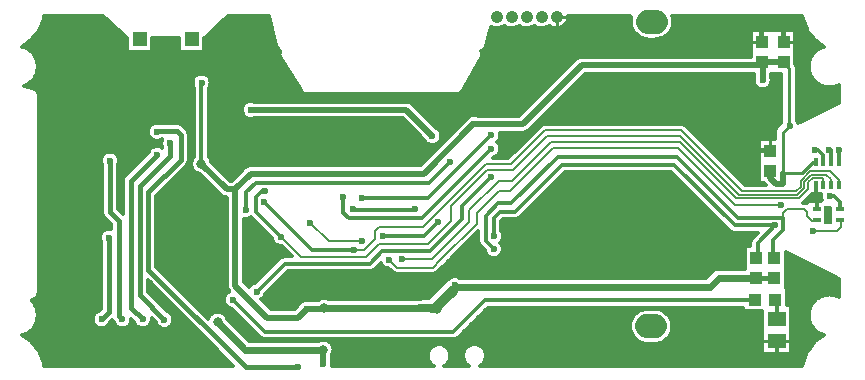
<source format=gbr>
G04 DipTrace 3.2.0.1*
G04 Bottom.gbr*
%MOIN*%
G04 #@! TF.FileFunction,Copper,L2,Bot*
G04 #@! TF.Part,Single*
%AMOUTLINE0*
4,1,16,
-0.011741,0.041358,
-0.029685,0.037294,
-0.044088,0.025848,
-0.052097,0.009286,
-0.052129,-0.009112,
-0.044175,-0.025701,
-0.02981,-0.037196,
-0.011881,-0.041319,
0.011741,-0.041358,
0.029685,-0.037294,
0.044088,-0.025848,
0.052097,-0.009286,
0.052129,0.009112,
0.044175,0.025701,
0.02981,0.037196,
0.011881,0.041319,
-0.011741,0.041358,
0*%
%AMOUTLINE6*
4,1,5,
-0.01378,0.031496,
-0.01378,-0.031496,
0.01378,-0.031496,
0.01378,0.023622,
0.005906,0.031496,
-0.01378,0.031496,
0*%
G04 #@! TA.AperFunction,CopperBalancing*
%ADD10C,0.009843*%
%ADD14C,0.011811*%
G04 #@! TA.AperFunction,Conductor*
%ADD15C,0.027559*%
%ADD16C,0.015748*%
G04 #@! TA.AperFunction,ViaPad*
%ADD18C,0.023622*%
G04 #@! TA.AperFunction,Conductor*
%ADD19C,0.005*%
%ADD20C,0.019685*%
G04 #@! TA.AperFunction,ViaPad*
%ADD21C,0.031496*%
%ADD22C,0.035433*%
G04 #@! TA.AperFunction,Conductor*
%ADD23C,0.007874*%
%ADD27R,0.03937X0.043307*%
%ADD28R,0.043307X0.03937*%
%ADD31R,0.059055X0.051181*%
G04 #@! TA.AperFunction,ComponentPad*
%ADD38C,0.041339*%
%ADD39R,0.047244X0.047244*%
%ADD51R,0.01378X0.027559*%
%ADD52R,0.027559X0.01378*%
G04 #@! TA.AperFunction,ComponentPad*
%ADD101OUTLINE0*%
%ADD107OUTLINE6*%
%FSLAX26Y26*%
G04*
G70*
G90*
G75*
G01*
G04 Bottom*
%LPD*%
X-694618Y-277623D2*
D14*
X-726623D1*
X-888059Y-116188D1*
X-497705Y-337873D2*
D15*
X-375344D1*
X-352470Y-314999D1*
X28026D1*
X71091Y-271934D1*
X219495D1*
X282605Y-208824D1*
X312293D1*
X498205D1*
X533759Y-173270D1*
X575211Y-131818D1*
X623004Y-84025D1*
X707654Y625D1*
X-497705Y-337873D2*
X-497105Y-366333D1*
X-633000Y53010D2*
D14*
Y328358D1*
X-527604Y433755D1*
X1306854Y137470D2*
X1317244D1*
X1334214Y120500D1*
Y97471D1*
X1313533Y-12549D2*
Y-9322D1*
X1308623Y-4412D1*
Y20699D1*
X622155Y-83176D2*
D15*
X623004Y-84025D1*
X574362Y-130969D2*
X575211Y-131818D1*
X533396Y-172909D2*
X533759Y-173270D1*
X470004Y-12916D2*
D14*
Y-60041D1*
Y-110022D1*
Y-60041D2*
X599020D1*
X622155Y-83176D1*
X-1212777Y543068D2*
X-1177281D1*
X-1176858Y542646D1*
X-1140802D1*
X-1140545Y542903D1*
X-1105442D1*
X-1104837Y542298D1*
X-579236Y-216133D2*
Y-247635D1*
X-578992Y-247879D1*
X311219Y-197761D2*
D15*
X312293Y-208824D1*
X268062Y-99088D2*
D14*
Y-129802D1*
X289728Y-151469D1*
Y-176270D1*
X311219Y-197761D1*
Y-207940D1*
X337921Y-234642D1*
X1311714Y-59610D2*
X1313533D1*
Y-12549D1*
X707206Y-164790D2*
X770507D1*
X835953D1*
X837026Y-163717D1*
X707206Y-164790D2*
Y-194831D1*
X727592Y-215217D1*
Y-259205D1*
X729738Y-261350D1*
X625667Y-264570D2*
X677165D1*
X679311Y-262424D1*
X728664D1*
X729738Y-261350D1*
X812350Y-49990D2*
X865995D1*
X868140Y-47844D1*
X917493D1*
X812350Y-49990D2*
Y-95052D1*
X834881Y-117583D1*
Y-161571D1*
X837026Y-163717D1*
X1199034Y559273D2*
Y500656D1*
X1203427Y496264D1*
X1127211Y558386D2*
Y498671D1*
X1129807Y496075D1*
X578367Y247887D2*
X639824D1*
X640576Y247134D1*
X710609D1*
Y246424D1*
X925079Y-568457D2*
X1164584D1*
X1179542Y-553499D1*
Y-501797D1*
X1178177Y-500432D1*
X1104618Y137774D2*
X1152377D1*
X1156937Y133214D1*
X-1046606Y-156293D2*
D16*
Y-402795D1*
X-1071583Y-427772D1*
X-417172Y-588316D2*
X-590921D1*
X-915987Y-263251D1*
Y-5173D1*
X-807867Y102946D1*
Y187493D1*
X-819882Y199508D1*
X-884648D1*
X-886839Y197318D1*
X-133253Y-150663D2*
D14*
X2093D1*
X48570Y-104186D1*
X-590808Y-63341D2*
Y-5017D1*
X-558315Y27476D1*
X21056D1*
X89402Y95822D1*
X-229470Y-196522D2*
X-370685D1*
X-530012Y-37197D1*
X-531345D1*
X1385395Y20699D2*
D19*
Y37239D1*
X1357097Y65537D1*
X1290378D1*
X1259165Y34324D1*
Y13218D1*
X1244491Y-1457D1*
X1064390D1*
X861302Y201631D1*
X405240D1*
X292626Y89017D1*
X209362D1*
X1213Y-119133D1*
X-147085D1*
X-161014Y-133062D1*
Y-161224D1*
X-196312Y-196522D1*
X-229470D1*
X-528257Y-1299D2*
D14*
X-537999D1*
X-558070Y-21370D1*
Y-69211D1*
X-473130Y-154151D1*
D19*
X-472270D1*
X-406756Y-219664D1*
X-191475D1*
X-148437Y-176626D1*
X15407D1*
X92766Y-99268D1*
Y-50903D1*
X213293Y69623D1*
X301261D1*
X414249Y182612D1*
X856702D1*
X1052916Y-13602D1*
X1247307D1*
X1269841Y8932D1*
Y30360D1*
X1294142Y54659D1*
X1342463D1*
X1358395Y38727D1*
Y22109D1*
X1359804Y20699D1*
X-329379Y-391136D2*
D20*
Y-393129D1*
X-387820D1*
X-416776Y-422084D1*
X-519059D1*
X-625833Y-315310D1*
Y5984D1*
X-654209D1*
X-738764Y90539D1*
X-625833Y5984D2*
X-574004Y57814D1*
X3304D1*
X167780Y222289D1*
X332340D1*
X528656Y418605D1*
X1119266D1*
D16*
X1129807Y429146D1*
X-738643Y361262D2*
D14*
X-738764D1*
Y90539D1*
X1359804Y97471D2*
Y137751D1*
X1354018D1*
X1131930Y368993D2*
D20*
Y431269D1*
X1129807Y429146D1*
X1203427Y429335D1*
X1308623Y97471D2*
D10*
X1300714D1*
X1263669Y60427D1*
X1199623D1*
Y195066D1*
X1218941Y214383D1*
Y409144D1*
X1198751Y429335D1*
X1203427D1*
X47962Y-394030D2*
D18*
X27139D1*
X102513Y-318656D1*
X956505D1*
X985780Y-289382D1*
X1110949D1*
D16*
X1170159D1*
Y-289333D1*
X47962Y-394030D2*
D20*
X105984Y-336008D1*
Y-314726D1*
X47962Y-394030D2*
Y-390570D1*
D15*
X-10778D1*
X-388440Y-393840D2*
D20*
Y-393600D1*
X-331843D1*
D14*
X-329379Y-391136D1*
X1390454Y-59217D2*
Y-37409D1*
X1370223Y-17178D1*
X1355546D1*
X1193604Y23239D2*
D20*
X1177678D1*
X1156937Y43980D1*
Y66285D1*
X1221696Y217245D2*
D14*
X1218941Y214383D1*
X-329379Y-391136D2*
D18*
Y-390570D1*
X-10778D1*
X1193604Y23239D2*
D14*
X1199623D1*
D20*
Y60427D1*
X171314Y223164D2*
X167780Y222289D1*
X-1043566Y100669D2*
D16*
Y-71160D1*
X-1014594Y-100131D1*
Y-416007D1*
X-1002088Y-428513D1*
X-886719Y119776D2*
X-974613Y31882D1*
Y-388730D1*
X-934912Y-428430D1*
X-843021Y158517D2*
Y117577D1*
X-943835Y16764D1*
Y-348617D1*
X-862783Y-429668D1*
X-685087Y-437049D2*
D18*
X-592273Y-529862D1*
X-332594D1*
D20*
Y-578273D1*
X-332012D1*
X-554476Y-335909D2*
D14*
X-460639Y-242072D1*
X-177243D1*
X-136409Y-201238D1*
X23087D1*
X130472Y-93852D1*
Y-48902D1*
X224972Y45598D1*
X-633870Y-362731D2*
X-525678Y-470923D1*
X99896D1*
X206171Y-364648D1*
X1103474D1*
X1106112Y-362010D1*
X1178177Y-425629D2*
Y-367146D1*
X1173041Y-362010D1*
X1385004Y135004D2*
X1385395Y97471D1*
X1193752Y-46781D2*
D19*
X1038930D1*
X848714Y143436D1*
X434475D1*
X290302Y-739D1*
X252302D1*
X178378Y-74663D1*
Y-110140D1*
X57328Y-231192D1*
X57933D1*
X33190Y-255934D1*
X-86612D1*
X-113837Y-228709D1*
X-202014Y-166370D2*
D23*
X-314902D1*
X-375584Y-105688D1*
X-266038Y-19366D2*
D14*
Y-72134D1*
X-247564Y-90608D1*
X-3726D1*
X227698Y140816D1*
X-574176Y269990D2*
D20*
X-56495D1*
X30558Y182937D1*
X-25803Y-61504D2*
D14*
Y-62314D1*
X-235220D1*
X-233538Y-60631D1*
X235180Y-193696D2*
X208571Y-167087D1*
Y-82308D1*
X249194Y-41685D1*
X292110D1*
X448122Y114327D1*
X845651D1*
X1048682Y-88705D1*
X1200951D1*
D23*
Y-73751D1*
X1213297Y-61404D1*
X1269929D1*
X1280270Y-71745D1*
Y-83572D1*
X1295392Y-98694D1*
X1311606D1*
X1311714Y-98587D1*
X1200951Y-88705D2*
D14*
Y-131016D1*
X1167979Y-163988D1*
Y-222404D1*
X1170159D1*
X1173878Y-115226D2*
X1115277Y-173825D1*
Y-222453D1*
X1110949D1*
X1173878Y-115226D2*
X1038958D1*
X837316Y86417D1*
X463318D1*
X307333Y-69567D1*
X255781D1*
X236709Y-88639D1*
Y-151003D1*
X1301035Y-132075D2*
D23*
X1378673D1*
X1391979Y-118769D1*
Y-98587D1*
X1390454D1*
X-202597Y-25245D2*
D14*
X17427D1*
X227614Y184942D1*
X-70844Y-228541D2*
D19*
X28487D1*
X154010Y-103017D1*
Y-64836D1*
X252688Y33843D1*
X296010D1*
X425261Y163092D1*
X854890D1*
X1042954Y-24972D1*
X1252583D1*
X1282640Y5085D1*
Y28776D1*
X1298269Y44404D1*
X1328016D1*
X1334214Y38206D1*
Y20699D1*
D18*
X1199034Y559273D3*
X1127211Y558386D3*
X1164453D3*
X-1212777Y543068D3*
X-1140545Y542903D3*
X-1176858Y542646D3*
X-1104837Y542298D3*
X-527604Y433755D3*
X-509478Y412882D3*
X1131930Y368993D3*
X-738643Y361262D3*
X-574176Y269990D3*
X171314Y223164D3*
X640576Y247134D3*
X710609Y246424D3*
X1221696Y217245D3*
X578367Y247887D3*
X-614222Y202682D3*
X-886839Y197318D3*
X227614Y184942D3*
X30558Y182937D3*
X-613135Y169499D3*
X-843021Y158517D3*
D22*
X-363214Y145080D3*
D18*
X227698Y140816D3*
X-612235Y134209D3*
X1306854Y137470D3*
X1354018Y137751D3*
X-886719Y119776D3*
X-1043566Y100669D3*
X89402Y95822D3*
D21*
X-738764Y90539D3*
D18*
X-1226021Y69491D3*
X-633000Y53010D3*
X224972Y45598D3*
X-1226021Y30652D3*
X1193604Y23239D3*
D21*
X707654Y625D3*
D18*
X-528257Y-1299D3*
X-1227487Y-11850D3*
X1385004Y135004D3*
X470004Y-12916D3*
X-1011470Y-16923D3*
X1313533Y-12549D3*
X1355546Y-17178D3*
X-266038Y-19366D3*
X-202597Y-25245D3*
X868140Y-47844D3*
X917493D3*
X-531345Y-37197D3*
X-1227972Y-49479D3*
X812350Y-49990D3*
X-1011470Y-56031D3*
X470004Y-60041D3*
X-233538Y-60631D3*
X-25803Y-61504D3*
X-590808Y-63341D3*
X1173878Y-115226D3*
X622155Y-83176D3*
X268062Y-99088D3*
X48570Y-104186D3*
X470004Y-110022D3*
X-888059Y-116188D3*
X574362Y-130969D3*
X1301035Y-132075D3*
X-792087Y-139403D3*
X-728220D3*
X-698491D3*
X236709Y-151003D3*
X-759052Y-139954D3*
D3*
X289728Y-151469D3*
X-1046606Y-156293D3*
X-133253Y-150663D3*
X837026Y-163717D3*
X707206Y-164790D3*
X770507D3*
X533396Y-172909D3*
X-70844Y-228541D3*
X-229470Y-196522D3*
X235180Y-193696D3*
X1193752Y-46781D3*
X-1081743Y-196942D3*
X311219Y-197761D3*
X-579236Y-216133D3*
X-1082198Y-228339D3*
X337921Y-234642D3*
X-578992Y-247879D3*
X729738Y-261350D3*
X679311Y-262424D3*
X625667Y-264570D3*
X-694618Y-277623D3*
X-579248Y-280490D3*
X-909948Y-306102D3*
X105984Y-314726D3*
X-899769Y-328501D3*
X-554476Y-335909D3*
X-497705Y-337873D3*
X-633870Y-362731D3*
X-497105Y-366333D3*
D21*
X-329379Y-391136D3*
X47962Y-394030D3*
D18*
X-10778Y-390570D3*
X-388440Y-393840D3*
X-1071583Y-427772D3*
X-1002088Y-428513D3*
X-934912Y-428430D3*
X-862783Y-429668D3*
D21*
X-685087Y-437049D3*
X-332594Y-529862D3*
D18*
X877114Y-568457D3*
X925079D3*
X-930906Y-570748D3*
X-1072298Y-571125D3*
X-863594D3*
X-1153524Y-572252D3*
X-1000098D3*
X-1223152Y-572412D3*
X-332012Y-578273D3*
X-417172Y-588316D3*
X1104618Y137774D3*
X-473130Y-154151D3*
X-202014Y-166370D3*
X-375584Y-105688D3*
X-113837Y-228709D3*
X-1264455Y570997D2*
D14*
X-1054634D1*
X-660709D2*
X-513034D1*
X483600D2*
X691113D1*
X834077D2*
X1264455D1*
X-1269185Y559318D2*
X-1042016D1*
X-673328D2*
X-509966D1*
X478316D2*
X691091D1*
X834054D2*
X1269185D1*
X-1273937Y547638D2*
X-1029398D1*
X-685969D2*
X-506898D1*
X266871D2*
X273668D1*
X316861D2*
X323656D1*
X366873D2*
X373669D1*
X416862D2*
X423663D1*
X466067D2*
X692659D1*
X832555D2*
X1273937D1*
X-1278665Y535958D2*
X-1016756D1*
X-698588D2*
X-503831D1*
X224310D2*
X698241D1*
X826927D2*
X1164362D1*
X1242480D2*
X1278665D1*
X-1287201Y524278D2*
X-1004138D1*
X-711228D2*
X-500762D1*
X221243D2*
X705808D1*
X819475D2*
X1090751D1*
X1242480D2*
X1287201D1*
X-1296428Y512598D2*
X-991520D1*
X-723848D2*
X-497717D1*
X218175D2*
X720387D1*
X804781D2*
X1090751D1*
X1242480D2*
X1296428D1*
X-1306186Y500919D2*
X-987874D1*
X-901890D2*
X-814654D1*
X-728669D2*
X-494648D1*
X215106D2*
X1090751D1*
X1242480D2*
X1306186D1*
X-1322657Y489239D2*
X-987874D1*
X-901890D2*
X-814654D1*
X-728669D2*
X-491581D1*
X212060D2*
X1090751D1*
X1242480D2*
X1322657D1*
X-1325310Y477559D2*
X-987874D1*
X-901890D2*
X-814654D1*
X-728669D2*
X-487290D1*
X207770D2*
X1090751D1*
X1242480D2*
X1325310D1*
X-1307039Y465879D2*
X-987874D1*
X-901890D2*
X-814654D1*
X-728669D2*
X-477440D1*
X195152D2*
X1090751D1*
X1242480D2*
X1307039D1*
X-1296589Y454199D2*
X-480577D1*
X197713D2*
X1090751D1*
X1242480D2*
X1296589D1*
X-1289923Y442520D2*
X-475686D1*
X192776D2*
X512841D1*
X1242480D2*
X1289923D1*
X-1285886Y430840D2*
X-468328D1*
X186248D2*
X500060D1*
X1242480D2*
X1285886D1*
X-1284063Y419160D2*
X-460946D1*
X179719D2*
X488388D1*
X1244188D2*
X1284063D1*
X-1284224Y407480D2*
X-453564D1*
X173190D2*
X476715D1*
X1246194D2*
X1284224D1*
X-1286416Y395801D2*
X-446182D1*
X166663D2*
X465020D1*
X1246194D2*
X1286416D1*
X-1290823Y384121D2*
X-759244D1*
X-718034D2*
X-438801D1*
X160134D2*
X453348D1*
X534996D2*
X1102723D1*
X1161142D2*
X1191698D1*
X1246194D2*
X1290823D1*
X-1298020Y372441D2*
X-767664D1*
X-709614D2*
X-431419D1*
X153605D2*
X441675D1*
X523323D2*
X1100946D1*
X1162917D2*
X1191698D1*
X1246194D2*
X1298020D1*
X-1309323Y360761D2*
X-769808D1*
X-707469D2*
X-424037D1*
X147077D2*
X429979D1*
X511627D2*
X1101892D1*
X1161949D2*
X1191698D1*
X1246194D2*
X1309323D1*
X-1328655Y349081D2*
X-767248D1*
X-710052D2*
X-416655D1*
X140549D2*
X418306D1*
X499954D2*
X1108306D1*
X1155559D2*
X1191698D1*
X1246194D2*
X1330269D1*
X1377915D2*
X1386626D1*
X-1290199Y337402D2*
X-764042D1*
X-713490D2*
X-409295D1*
X134021D2*
X406634D1*
X488282D2*
X1191698D1*
X1246194D2*
X1386626D1*
X-1281411Y325722D2*
X-764042D1*
X-713490D2*
X-400668D1*
X124724D2*
X394938D1*
X476587D2*
X1191698D1*
X1246194D2*
X1386626D1*
X-1279335Y314042D2*
X-764042D1*
X-713490D2*
X383265D1*
X464913D2*
X1191698D1*
X1246194D2*
X1386626D1*
X-1279335Y302362D2*
X-764042D1*
X-713490D2*
X371593D1*
X453241D2*
X1191698D1*
X1246194D2*
X1386626D1*
X-1279335Y290682D2*
X-764042D1*
X-713490D2*
X-597072D1*
X-36409D2*
X359920D1*
X441568D2*
X1191698D1*
X1246194D2*
X1380304D1*
X-1279335Y279003D2*
X-764042D1*
X-713490D2*
X-603970D1*
X-24690D2*
X348224D1*
X429873D2*
X1191698D1*
X1246194D2*
X1356937D1*
X-1279335Y267323D2*
X-764042D1*
X-713490D2*
X-605239D1*
X-12995D2*
X336552D1*
X418201D2*
X1191698D1*
X1246194D2*
X1333568D1*
X-1279335Y255643D2*
X-764042D1*
X-713490D2*
X-601710D1*
X-1322D2*
X324879D1*
X406528D2*
X1191698D1*
X1246194D2*
X1310223D1*
X-1279335Y243963D2*
X-764042D1*
X-713490D2*
X-590268D1*
X10350D2*
X148521D1*
X394832D2*
X1191698D1*
X1246194D2*
X1286854D1*
X-1279335Y232283D2*
X-764042D1*
X-713490D2*
X-59602D1*
X22046D2*
X136941D1*
X383159D2*
X1191698D1*
X1248824D2*
X1263509D1*
X-1279335Y220604D2*
X-906928D1*
X-803387D2*
X-764042D1*
X-713490D2*
X-47929D1*
X33719D2*
X125268D1*
X371487D2*
X395815D1*
X870734D2*
X1187130D1*
X-1279335Y208924D2*
X-915693D1*
X-791253D2*
X-764042D1*
X-713490D2*
X-36257D1*
X46730D2*
X113596D1*
X359791D2*
X382089D1*
X884459D2*
X1176381D1*
X-1279335Y197244D2*
X-918024D1*
X-782510D2*
X-764042D1*
X-713490D2*
X-24584D1*
X58102D2*
X101900D1*
X346112D2*
X370416D1*
X896131D2*
X1172482D1*
X-1279335Y185564D2*
X-915625D1*
X-780618D2*
X-764042D1*
X-713490D2*
X-12888D1*
X61631D2*
X90227D1*
X258798D2*
X358744D1*
X907804D2*
X1172390D1*
X-1279335Y173885D2*
X-906743D1*
X-780618D2*
X-764042D1*
X-713490D2*
X-1215D1*
X60340D2*
X78555D1*
X256676D2*
X347049D1*
X919476D2*
X1172390D1*
X-1279335Y162205D2*
X-873986D1*
X-780618D2*
X-764042D1*
X-713490D2*
X7689D1*
X53420D2*
X66882D1*
X249916D2*
X335375D1*
X931172D2*
X1117879D1*
X-1279335Y150525D2*
X-873109D1*
X-780618D2*
X-764042D1*
X-713490D2*
X55186D1*
X257276D2*
X323703D1*
X942845D2*
X1117879D1*
X-1279335Y138845D2*
X-911056D1*
X-780618D2*
X-764042D1*
X-713490D2*
X43514D1*
X258820D2*
X312007D1*
X954517D2*
X1117879D1*
X-1279335Y127165D2*
X-1058810D1*
X-1028304D2*
X-917378D1*
X-780618D2*
X-764042D1*
X-713490D2*
X31841D1*
X255591D2*
X300335D1*
X966213D2*
X1117879D1*
X-1279335Y115486D2*
X-1070828D1*
X-1016308D2*
X-929050D1*
X-780618D2*
X-764042D1*
X-713490D2*
X20146D1*
X244957D2*
X288661D1*
X977886D2*
X1117879D1*
X-1279335Y103806D2*
X-1074589D1*
X-1012549D2*
X-940723D1*
X-780618D2*
X-771193D1*
X-706339D2*
X8472D1*
X989559D2*
X1117879D1*
X-1279335Y92126D2*
X-1073504D1*
X-1013633D2*
X-952419D1*
X-782971D2*
X-773846D1*
X-699533D2*
X-3199D1*
X1001255D2*
X1117879D1*
X-1279335Y80446D2*
X-1070806D1*
X-1016332D2*
X-964091D1*
X-792337D2*
X-772346D1*
X-687837D2*
X-591720D1*
X1012927D2*
X1117879D1*
X-1279335Y68766D2*
X-1070806D1*
X-1016332D2*
X-975764D1*
X-804010D2*
X-765979D1*
X-676165D2*
X-603878D1*
X1024600D2*
X1117879D1*
X-1279335Y57087D2*
X-1070806D1*
X-1016332D2*
X-987459D1*
X-815682D2*
X-746140D1*
X-664492D2*
X-615550D1*
X469251D2*
X831392D1*
X1036295D2*
X1117879D1*
X-1279335Y45407D2*
X-1070806D1*
X-1016332D2*
X-998071D1*
X-827378D2*
X-734445D1*
X-652797D2*
X-627223D1*
X457555D2*
X843064D1*
X1047967D2*
X1117879D1*
X-1279335Y33727D2*
X-1070806D1*
X-1016332D2*
X-1001785D1*
X-839051D2*
X-722773D1*
X445882D2*
X854761D1*
X1059640D2*
X1117879D1*
X-1279335Y22047D2*
X-1070806D1*
X-1016332D2*
X-1001854D1*
X-850723D2*
X-711100D1*
X434210D2*
X866433D1*
X1071336D2*
X1138041D1*
X-1279335Y10367D2*
X-1070806D1*
X-1016332D2*
X-1001854D1*
X-862396D2*
X-699427D1*
X422514D2*
X878106D1*
X-1279335Y-1312D2*
X-1070806D1*
X-1016332D2*
X-1001854D1*
X-874092D2*
X-687731D1*
X410841D2*
X889778D1*
X-1279335Y-12992D2*
X-1070806D1*
X-1016332D2*
X-1001854D1*
X-885765D2*
X-676059D1*
X399169D2*
X901474D1*
X1295008D2*
X1324664D1*
X-1279335Y-24672D2*
X-1070806D1*
X-1016332D2*
X-1001854D1*
X-888740D2*
X-655043D1*
X387472D2*
X913147D1*
X1283335D2*
X1325310D1*
X-1279335Y-36352D2*
X-1070806D1*
X-1016332D2*
X-1001854D1*
X-888740D2*
X-655043D1*
X375801D2*
X924819D1*
X1271639D2*
X1278568D1*
X-1279335Y-48031D2*
X-1070806D1*
X-1016332D2*
X-1001854D1*
X-888740D2*
X-655043D1*
X364127D2*
X936514D1*
X-1279335Y-59711D2*
X-1070806D1*
X-1016332D2*
X-1001854D1*
X-888740D2*
X-655043D1*
X352455D2*
X948188D1*
X-1279335Y-71391D2*
X-1070806D1*
X-888740D2*
X-655043D1*
X340760D2*
X959860D1*
X-1279335Y-83071D2*
X-1067921D1*
X-888740D2*
X-655043D1*
X329087D2*
X971556D1*
X-1279335Y-94751D2*
X-1058025D1*
X-888740D2*
X-655043D1*
X-596625D2*
X-567776D1*
X265857D2*
X983228D1*
X-1279335Y-106430D2*
X-1046329D1*
X-888740D2*
X-655043D1*
X-596625D2*
X-556104D1*
X261980D2*
X994902D1*
X-1279335Y-118110D2*
X-1041832D1*
X-888740D2*
X-655043D1*
X-596625D2*
X-544430D1*
X261980D2*
X1006597D1*
X-1279335Y-129790D2*
X-1061854D1*
X-888740D2*
X-655043D1*
X-596625D2*
X-532759D1*
X261980D2*
X1018269D1*
X-1279335Y-141470D2*
X-1073874D1*
X-888740D2*
X-655043D1*
X-596625D2*
X-521062D1*
X266341D2*
X1112388D1*
X-1279335Y-153150D2*
X-1077634D1*
X-888740D2*
X-655043D1*
X-596625D2*
X-509390D1*
X165808D2*
X183285D1*
X267818D2*
X1100693D1*
X-1279335Y-164829D2*
X-1076550D1*
X-888740D2*
X-655043D1*
X-596625D2*
X-502354D1*
X154136D2*
X183285D1*
X264518D2*
X1091743D1*
X-1279335Y-176509D2*
X-1073850D1*
X-888740D2*
X-655043D1*
X-596625D2*
X-494303D1*
X142441D2*
X185223D1*
X260942D2*
X1090012D1*
X-1279335Y-188189D2*
X-1073850D1*
X-888740D2*
X-655043D1*
X-596625D2*
X-468673D1*
X130768D2*
X194428D1*
X265857D2*
X1071903D1*
X-1279335Y-199869D2*
X-1073850D1*
X-888740D2*
X-655043D1*
X-596625D2*
X-457001D1*
X119096D2*
X204647D1*
X265718D2*
X1071903D1*
X-1279335Y-211549D2*
X-1073850D1*
X-888740D2*
X-655043D1*
X-596625D2*
X-445306D1*
X107399D2*
X209883D1*
X260482D2*
X1071903D1*
X1209215D2*
X1222033D1*
X-1279335Y-223228D2*
X-1073850D1*
X-888740D2*
X-655043D1*
X-596625D2*
X-476840D1*
X95727D2*
X228730D1*
X241635D2*
X1071903D1*
X1209215D2*
X1245402D1*
X-1279335Y-234908D2*
X-1073850D1*
X-888740D2*
X-655043D1*
X-596625D2*
X-488720D1*
X84054D2*
X1071903D1*
X1209215D2*
X1268747D1*
X-1279335Y-246588D2*
X-1073850D1*
X-888740D2*
X-655043D1*
X-596625D2*
X-500416D1*
X-146491D2*
X-139118D1*
X72982D2*
X1071903D1*
X1209215D2*
X1292114D1*
X-1279335Y-258268D2*
X-1073850D1*
X-882927D2*
X-655043D1*
X-596625D2*
X-512089D1*
X-158186D2*
X-120134D1*
X61286D2*
X1071903D1*
X1209215D2*
X1315459D1*
X-1279335Y-269948D2*
X-1073850D1*
X-871255D2*
X-655043D1*
X-596625D2*
X-523761D1*
X-453255D2*
X-103039D1*
X49613D2*
X961613D1*
X1209215D2*
X1338828D1*
X-1279335Y-281627D2*
X-1073850D1*
X-859581D2*
X-655043D1*
X-596625D2*
X-535457D1*
X-464928D2*
X949917D1*
X1209215D2*
X1362197D1*
X-1279335Y-293307D2*
X-1073850D1*
X-847886D2*
X-655043D1*
X-596625D2*
X-547130D1*
X-476623D2*
X83791D1*
X1209215D2*
X1385542D1*
X-1279335Y-304987D2*
X-1073850D1*
X-836214D2*
X-655043D1*
X-595333D2*
X-558802D1*
X-488295D2*
X72580D1*
X1209215D2*
X1386602D1*
X-1279335Y-316667D2*
X-1073850D1*
X-916584D2*
X-900606D1*
X-824541D2*
X-655021D1*
X-499969D2*
X60885D1*
X1209215D2*
X1386602D1*
X-1279335Y-328346D2*
X-1073850D1*
X-916584D2*
X-888934D1*
X-812845D2*
X-651837D1*
X-511664D2*
X49211D1*
X1214060D2*
X1386602D1*
X-1280165Y-340026D2*
X-1073850D1*
X-914392D2*
X-877261D1*
X-801173D2*
X-654651D1*
X-523337D2*
X37539D1*
X1214060D2*
X1386602D1*
X-1284987Y-351706D2*
X-1073850D1*
X-902697D2*
X-865566D1*
X-789500D2*
X-662955D1*
X-527789D2*
X25866D1*
X1214060D2*
X1323787D1*
X-1302265Y-363386D2*
X-1073850D1*
X-891024D2*
X-853894D1*
X-777804D2*
X-665055D1*
X-536924D2*
X-350102D1*
X1214060D2*
X1306302D1*
X-1296105Y-375066D2*
X-1073850D1*
X-879352D2*
X-842220D1*
X-766131D2*
X-662403D1*
X-525252D2*
X-413009D1*
X1214060D2*
X1296105D1*
X-1289623Y-386745D2*
X-1073850D1*
X-867656D2*
X-830525D1*
X-754459D2*
X-653037D1*
X-513579D2*
X-422260D1*
X1227071D2*
X1289623D1*
X-1285724Y-398425D2*
X-1080286D1*
X-855983D2*
X-818852D1*
X-742764D2*
X-633428D1*
X207655D2*
X721194D1*
X800535D2*
X1065098D1*
X1227071D2*
X1285724D1*
X-1284017Y-410105D2*
X-1097010D1*
X-838866D2*
X-807180D1*
X-731091D2*
X-706902D1*
X-663270D2*
X-621756D1*
X195959D2*
X706085D1*
X815600D2*
X1129274D1*
X1227071D2*
X1284017D1*
X-1284294Y-421785D2*
X-1102155D1*
X-832661D2*
X-795484D1*
X-653604D2*
X-610083D1*
X184286D2*
X697341D1*
X824434D2*
X1129274D1*
X1227071D2*
X1284294D1*
X-1286601Y-433465D2*
X-1102224D1*
X-904150D2*
X-897031D1*
X-831853D2*
X-783811D1*
X-645068D2*
X-598387D1*
X172614D2*
X691690D1*
X830041D2*
X1129274D1*
X1227071D2*
X1286601D1*
X-1291169Y-445144D2*
X-1097219D1*
X-1045951D2*
X-1028244D1*
X-975938D2*
X-961000D1*
X-908810D2*
X-889672D1*
X-835913D2*
X-772139D1*
X-633373D2*
X-586715D1*
X160941D2*
X689407D1*
X832370D2*
X1129274D1*
X1227071D2*
X1291169D1*
X-1298551Y-456824D2*
X-1080240D1*
X-1062930D2*
X-1013203D1*
X-990979D2*
X-945774D1*
X-924035D2*
X-876707D1*
X-848856D2*
X-760444D1*
X-621701D2*
X-575042D1*
X149245D2*
X689383D1*
X832348D2*
X1129274D1*
X1227071D2*
X1298551D1*
X-1310177Y-468504D2*
X-748770D1*
X-610028D2*
X-563346D1*
X137573D2*
X691136D1*
X830686D2*
X1129274D1*
X1227071D2*
X1310177D1*
X-1332345Y-480184D2*
X-737098D1*
X-598356D2*
X-551675D1*
X125900D2*
X696719D1*
X825034D2*
X1129274D1*
X1227071D2*
X1332345D1*
X-1318966Y-491864D2*
X-725425D1*
X-586660D2*
X-538778D1*
X113005D2*
X704585D1*
X817283D2*
X1129274D1*
X1227071D2*
X1318966D1*
X-1303602Y-503543D2*
X-713730D1*
X-309978D2*
X719210D1*
X802566D2*
X1129274D1*
X1227071D2*
X1303602D1*
X-1294352Y-515223D2*
X-702056D1*
X-300795D2*
X35163D1*
X71043D2*
X153273D1*
X189154D2*
X1129274D1*
X1227071D2*
X1294352D1*
X-1285101Y-526903D2*
X-690385D1*
X-297613D2*
X21299D1*
X84908D2*
X139409D1*
X203018D2*
X1129274D1*
X1227071D2*
X1285101D1*
X-1277605Y-538583D2*
X-678689D1*
X-298627D2*
X15579D1*
X90652D2*
X133689D1*
X208762D2*
X1129274D1*
X1227071D2*
X1277605D1*
X-1272852Y-550262D2*
X-667016D1*
X-303379D2*
X14079D1*
X92151D2*
X132189D1*
X210261D2*
X1272852D1*
X-1268123Y-561942D2*
X-655344D1*
X-303379D2*
X16270D1*
X89959D2*
X134381D1*
X208070D2*
X1268123D1*
X-1263786Y-573622D2*
X-643648D1*
X-301188D2*
X22983D1*
X83224D2*
X141093D1*
X201335D2*
X1263786D1*
X1166734Y536106D2*
X1241301D1*
Y422556D1*
X1243020Y419118D1*
X1244283Y415228D1*
X1244924Y411189D1*
X1245004Y385522D1*
Y236155D1*
X1247274Y232920D1*
X1249412Y228726D1*
X1250589Y225232D1*
X1387808Y293846D1*
X1387795Y354067D1*
X1380510Y350517D1*
X1375425Y348640D1*
X1370209Y347169D1*
X1364892Y346113D1*
X1359510Y345475D1*
X1354094Y345262D1*
X1348678Y345475D1*
X1343297Y346113D1*
X1337980Y347169D1*
X1332764Y348640D1*
X1327678Y350517D1*
X1322756Y352786D1*
X1318028Y355434D1*
X1313520Y358446D1*
X1309264Y361802D1*
X1305283Y365480D1*
X1301605Y369461D1*
X1298249Y373717D1*
X1295238Y378224D1*
X1292589Y382953D1*
X1290320Y387875D1*
X1288444Y392961D1*
X1286972Y398177D1*
X1285916Y403493D1*
X1285278Y408875D1*
X1285066Y414291D1*
X1285278Y419707D1*
X1285916Y425089D1*
X1286972Y430406D1*
X1288444Y435622D1*
X1290320Y440707D1*
X1292589Y445630D1*
X1295238Y450358D1*
X1298249Y454866D1*
X1301605Y459122D1*
X1305283Y463102D1*
X1309264Y466781D1*
X1313520Y470136D1*
X1318028Y473148D1*
X1322756Y475797D1*
X1327678Y478066D1*
X1332764Y479942D1*
X1335759Y480786D1*
X1306182Y501850D1*
X1280837Y533828D1*
X1278051Y540374D1*
X1265064Y572761D1*
X1264045Y582699D1*
X830373Y582677D1*
X832143Y578438D1*
X832743Y575648D1*
X832892Y567301D1*
X832812Y553382D1*
X832362Y550563D1*
X831472Y547845D1*
X822377Y529098D1*
X820747Y526756D1*
X818766Y524693D1*
X802434Y511748D1*
X799950Y510344D1*
X796266Y509088D1*
X776941Y504768D1*
X774273Y504579D1*
X749278Y504675D1*
X746560Y505096D1*
X727320Y509579D1*
X724673Y510646D1*
X721394Y512743D1*
X705967Y525159D1*
X704045Y527269D1*
X702000Y530583D1*
X693490Y548462D1*
X692673Y551197D1*
X692294Y554031D1*
X692299Y573444D1*
X692528Y576289D1*
X693199Y579063D1*
X693698Y580407D1*
X690647Y582677D1*
X483701D1*
X483556Y577407D1*
X482841Y572739D1*
X481566Y568193D1*
X479748Y563836D1*
X477416Y559731D1*
X474602Y555938D1*
X471350Y552516D1*
X467707Y549513D1*
X463726Y546974D1*
X459467Y544937D1*
X454992Y543430D1*
X450367Y542479D1*
X445661Y542094D1*
X440944Y542285D1*
X436285Y543045D1*
X431751Y544365D1*
X427411Y546224D1*
X423329Y548597D1*
X420220Y550902D1*
X415652Y547619D1*
X410219Y544852D1*
X404420Y542967D1*
X398398Y542013D1*
X392301D1*
X386278Y542967D1*
X382547Y544088D1*
X377218Y546322D1*
X372020Y549508D1*
X370231Y550917D1*
X365652Y547619D1*
X360219Y544852D1*
X354420Y542967D1*
X348398Y542013D1*
X342301D1*
X336278Y542967D1*
X332547Y544088D1*
X327218Y546322D1*
X322020Y549508D1*
X320231Y550917D1*
X315652Y547619D1*
X310219Y544852D1*
X304420Y542967D1*
X298398Y542013D1*
X292301D1*
X286278Y542967D1*
X282547Y544088D1*
X277218Y546322D1*
X272020Y549508D1*
X270231Y550917D1*
X265652Y547619D1*
X260219Y544852D1*
X254420Y542967D1*
X248398Y542013D1*
X242301D1*
X236278Y542967D1*
X230479Y544852D1*
X226034Y547067D1*
X209358Y483757D1*
X205741Y475854D1*
X201961Y471663D1*
X198797Y468503D1*
X193966Y465850D1*
X195265Y463310D1*
X196150Y460596D1*
X196600Y457777D1*
X196604Y454923D1*
X196160Y452104D1*
X195281Y449388D1*
X188583Y437144D1*
X129304Y331214D1*
X127539Y328971D1*
X125445Y327031D1*
X123073Y325445D1*
X120483Y324247D1*
X117736Y323470D1*
X114896Y323133D1*
X-389618Y321873D1*
X-392438Y322312D1*
X-395155Y323186D1*
X-397701Y324476D1*
X-400014Y326148D1*
X-402038Y328160D1*
X-406769Y335287D1*
X-477458Y447322D1*
X-478554Y449957D1*
X-479223Y452731D1*
X-479450Y455576D1*
X-479230Y458423D1*
X-478567Y461198D1*
X-477478Y463836D1*
X-475986Y466276D1*
X-476492Y467490D1*
X-478991Y469017D1*
X-485222Y475782D1*
X-487606Y480899D1*
X-489181Y484594D1*
X-514909Y582682D1*
X-649278Y582677D1*
X-727035Y510839D1*
X-728713Y510064D1*
X-729623Y509883D1*
X-729843Y500472D1*
Y464094D1*
X-813465D1*
Y509839D1*
X-903077Y509843D1*
X-903071Y464094D1*
X-986693D1*
Y510070D1*
X-988508Y510970D1*
X-1066081Y582671D1*
X-1264034Y582676D1*
X-1265163Y572307D1*
X-1280459Y534478D1*
X-1284776Y528823D1*
X-1306526Y501539D1*
X-1335759Y480786D1*
X-1332764Y479942D1*
X-1327678Y478066D1*
X-1322756Y475797D1*
X-1318028Y473148D1*
X-1313520Y470136D1*
X-1309264Y466781D1*
X-1305283Y463102D1*
X-1301605Y459122D1*
X-1298249Y454866D1*
X-1295238Y450358D1*
X-1292589Y445630D1*
X-1290320Y440707D1*
X-1288444Y435622D1*
X-1286972Y430406D1*
X-1285916Y425089D1*
X-1285278Y419707D1*
X-1285066Y414291D1*
X-1285278Y408875D1*
X-1285916Y403493D1*
X-1286972Y398177D1*
X-1288444Y392961D1*
X-1290320Y387875D1*
X-1292589Y382953D1*
X-1295238Y378224D1*
X-1298249Y373717D1*
X-1301605Y369461D1*
X-1305283Y365480D1*
X-1309264Y361802D1*
X-1313520Y358446D1*
X-1318028Y355434D1*
X-1322756Y352786D1*
X-1327678Y350517D1*
X-1330955Y349308D1*
X-1303304Y343650D1*
X-1294879Y340299D1*
X-1291550Y337551D1*
X-1286958Y333361D1*
X-1282260Y324969D1*
X-1281424Y320734D1*
X-1280512Y315043D1*
X-1280585Y-335571D1*
X-1282203Y-344493D1*
X-1284238Y-348301D1*
X-1287243Y-353412D1*
X-1293988Y-359346D1*
X-1295559Y-360324D1*
X-1304117Y-363572D1*
X-1305283Y-365480D1*
X-1301605Y-369461D1*
X-1298249Y-373717D1*
X-1295238Y-378224D1*
X-1292589Y-382953D1*
X-1290320Y-387875D1*
X-1288444Y-392961D1*
X-1286972Y-398177D1*
X-1285916Y-403493D1*
X-1285278Y-408875D1*
X-1285066Y-414291D1*
X-1285278Y-419707D1*
X-1285916Y-425089D1*
X-1286972Y-430406D1*
X-1288444Y-435622D1*
X-1290320Y-440707D1*
X-1292589Y-445630D1*
X-1295238Y-450358D1*
X-1298249Y-454866D1*
X-1301605Y-459122D1*
X-1305283Y-463102D1*
X-1309264Y-466781D1*
X-1313520Y-470136D1*
X-1318028Y-473148D1*
X-1322756Y-475797D1*
X-1327678Y-478066D1*
X-1332764Y-479942D1*
X-1335759Y-480786D1*
X-1306181Y-501852D1*
X-1280836Y-533829D1*
X-1278049Y-540375D1*
X-1265121Y-572478D1*
X-1264043Y-582699D1*
X-633413Y-582677D1*
X-917759Y-298339D1*
X-917772Y-337820D1*
X-854857Y-400736D1*
X-851303Y-401951D1*
X-847109Y-404089D1*
X-843301Y-406856D1*
X-839971Y-410185D1*
X-837205Y-413993D1*
X-835067Y-418188D1*
X-833613Y-422664D1*
X-832875Y-427314D1*
Y-432022D1*
X-833613Y-436672D1*
X-835067Y-441148D1*
X-837205Y-445343D1*
X-839971Y-449151D1*
X-843301Y-452480D1*
X-847109Y-455247D1*
X-851303Y-457385D1*
X-855780Y-458839D1*
X-860429Y-459576D1*
X-865138D1*
X-869787Y-458839D1*
X-874264Y-457385D1*
X-878458Y-455247D1*
X-882266Y-452480D1*
X-885596Y-449151D1*
X-888362Y-445343D1*
X-890500Y-441148D1*
X-891688Y-437619D1*
X-905240Y-424070D1*
X-904912Y-428430D1*
X-905281Y-433123D1*
X-906381Y-437701D1*
X-908182Y-442050D1*
X-910642Y-446064D1*
X-913699Y-449643D1*
X-917278Y-452701D1*
X-921293Y-455160D1*
X-925642Y-456962D1*
X-930219Y-458062D1*
X-934912Y-458430D1*
X-939605Y-458062D1*
X-944182Y-456962D1*
X-948531Y-455160D1*
X-952546Y-452701D1*
X-956125Y-449643D1*
X-959182Y-446064D1*
X-961642Y-442050D1*
X-963444Y-437701D1*
X-963816Y-436382D1*
X-972084Y-428118D1*
X-972457Y-433206D1*
X-973556Y-437783D1*
X-975358Y-442133D1*
X-977818Y-446147D1*
X-980875Y-449726D1*
X-984454Y-452783D1*
X-988469Y-455243D1*
X-992818Y-457045D1*
X-997395Y-458144D1*
X-1002088Y-458513D1*
X-1006781Y-458144D1*
X-1011358Y-457045D1*
X-1015707Y-455243D1*
X-1019722Y-452783D1*
X-1023301Y-449726D1*
X-1026358Y-446147D1*
X-1028818Y-442133D1*
X-1030619Y-437783D1*
X-1030992Y-436465D1*
X-1034413Y-432933D1*
X-1035684Y-431319D1*
X-1040705Y-433752D1*
X-1042646Y-435693D1*
X-1043866Y-439252D1*
X-1046004Y-443446D1*
X-1048770Y-447255D1*
X-1052100Y-450584D1*
X-1055908Y-453350D1*
X-1060102Y-455488D1*
X-1064579Y-456942D1*
X-1069228Y-457680D1*
X-1073937D1*
X-1078587Y-456942D1*
X-1083063Y-455488D1*
X-1087257Y-453350D1*
X-1091066Y-450584D1*
X-1094395Y-447255D1*
X-1097161Y-443446D1*
X-1099299Y-439252D1*
X-1100753Y-434776D1*
X-1101491Y-430126D1*
Y-425417D1*
X-1100753Y-420768D1*
X-1099299Y-416291D1*
X-1097161Y-412097D1*
X-1094395Y-408289D1*
X-1091066Y-404959D1*
X-1087257Y-402193D1*
X-1083063Y-400055D1*
X-1079534Y-398867D1*
X-1072673Y-392003D1*
X-1072669Y-171165D1*
X-1074323Y-167773D1*
X-1075777Y-163297D1*
X-1076514Y-158647D1*
Y-153938D1*
X-1075777Y-149289D1*
X-1074323Y-144812D1*
X-1072185Y-140618D1*
X-1069419Y-136810D1*
X-1066089Y-133480D1*
X-1062281Y-130714D1*
X-1058087Y-128576D1*
X-1053610Y-127122D1*
X-1048961Y-126385D1*
X-1044252D1*
X-1040659Y-126912D1*
X-1040657Y-110927D1*
X-1063385Y-88087D1*
X-1065789Y-84778D1*
X-1067644Y-81134D1*
X-1068908Y-77244D1*
X-1069549Y-73205D1*
X-1069629Y-47538D1*
Y85820D1*
X-1071282Y89189D1*
X-1072736Y93665D1*
X-1073474Y98315D1*
Y103024D1*
X-1072736Y107673D1*
X-1071282Y112150D1*
X-1069144Y116344D1*
X-1066378Y120152D1*
X-1063049Y123482D1*
X-1059240Y126248D1*
X-1055046Y128386D1*
X-1050570Y129840D1*
X-1045920Y130577D1*
X-1041211D1*
X-1036562Y129840D1*
X-1032085Y128386D1*
X-1027891Y126248D1*
X-1024083Y123482D1*
X-1020753Y120152D1*
X-1017987Y116344D1*
X-1015849Y112150D1*
X-1014395Y107673D1*
X-1013657Y103024D1*
Y98315D1*
X-1014395Y93665D1*
X-1015849Y89189D1*
X-1017505Y85853D1*
X-1017503Y-60371D1*
X-1000685Y-77182D1*
X-1000596Y33927D1*
X-999955Y37966D1*
X-998692Y41856D1*
X-996835Y45500D1*
X-994432Y48808D1*
X-976339Y67014D1*
X-915643Y127711D1*
X-914436Y131256D1*
X-912298Y135450D1*
X-909531Y139259D1*
X-906202Y142588D1*
X-902394Y145354D1*
X-898199Y147492D1*
X-893723Y148946D1*
X-889073Y149684D1*
X-884365D1*
X-879715Y148946D1*
X-875239Y147492D1*
X-871045Y145354D1*
X-869430Y144276D1*
X-871552Y149247D1*
X-872652Y153824D1*
X-873021Y158517D1*
X-872652Y163210D1*
X-871552Y167787D1*
X-869751Y172136D1*
X-869270Y172996D1*
X-873219Y170588D1*
X-877568Y168786D1*
X-882146Y167686D1*
X-886839Y167318D1*
X-891531Y167686D1*
X-896109Y168786D1*
X-900458Y170588D1*
X-904472Y173047D1*
X-908051Y176105D1*
X-911109Y179684D1*
X-913568Y183698D1*
X-915370Y188047D1*
X-916470Y192625D1*
X-916839Y197318D1*
X-916470Y202010D1*
X-915370Y206588D1*
X-913568Y210937D1*
X-911109Y214951D1*
X-908051Y218530D1*
X-904472Y221588D1*
X-900458Y224047D1*
X-896109Y225849D1*
X-891531Y226949D1*
X-886839Y227318D1*
X-882146Y226949D1*
X-877568Y225849D1*
X-876818Y225572D1*
X-817837Y225491D1*
X-813798Y224850D1*
X-809908Y223587D1*
X-806264Y221731D1*
X-802955Y219327D1*
X-789438Y205923D1*
X-786782Y202812D1*
X-784646Y199325D1*
X-783080Y195547D1*
X-782125Y191571D1*
X-781804Y187486D1*
X-781885Y100902D1*
X-782525Y96862D1*
X-783789Y92972D1*
X-785644Y89328D1*
X-788049Y86020D1*
X-806142Y67814D1*
X-889936Y-15980D1*
X-889924Y-252444D1*
X-716970Y-425409D1*
X-715324Y-421642D1*
X-712542Y-417101D1*
X-709084Y-413051D1*
X-705034Y-409593D1*
X-700493Y-406811D1*
X-695573Y-404773D1*
X-690395Y-403529D1*
X-685087Y-403112D1*
X-679778Y-403529D1*
X-674600Y-404773D1*
X-669680Y-406811D1*
X-665139Y-409593D1*
X-661089Y-413051D1*
X-657631Y-417101D1*
X-654849Y-421642D1*
X-652811Y-426562D1*
X-652677Y-427033D1*
X-579852Y-499857D1*
X-348463Y-499862D1*
X-343081Y-497587D1*
X-337903Y-496343D1*
X-332594Y-495925D1*
X-327286Y-496343D1*
X-322108Y-497587D1*
X-317188Y-499625D1*
X-312647Y-502407D1*
X-308597Y-505865D1*
X-305139Y-509915D1*
X-302357Y-514455D1*
X-300319Y-519375D1*
X-299075Y-524554D1*
X-298657Y-529862D1*
X-299075Y-535171D1*
X-300319Y-540349D1*
X-302357Y-545269D1*
X-304567Y-548953D1*
X-304563Y-566148D1*
X-302841Y-571269D1*
X-302104Y-575919D1*
Y-580627D1*
X-302348Y-582682D1*
X35432Y-582677D1*
X30850Y-579827D1*
X26331Y-575967D1*
X22471Y-571448D1*
X19366Y-566381D1*
X17092Y-560890D1*
X15703Y-555112D1*
X15238Y-549186D1*
X15703Y-543261D1*
X17092Y-537483D1*
X19366Y-531992D1*
X22471Y-526925D1*
X26331Y-522406D1*
X30850Y-518546D1*
X35917Y-515441D1*
X41408Y-513167D1*
X47186Y-511778D1*
X53112Y-511312D1*
X59037Y-511778D1*
X64815Y-513167D1*
X70306Y-515441D1*
X75373Y-518546D1*
X79892Y-522406D1*
X83752Y-526925D1*
X86857Y-531992D1*
X89131Y-537483D1*
X90520Y-543261D1*
X90986Y-549186D1*
X90520Y-555112D1*
X89131Y-560890D1*
X86857Y-566381D1*
X83752Y-571448D1*
X79892Y-575967D1*
X75373Y-579827D1*
X70762Y-582677D1*
X153542Y-582678D1*
X148961Y-579827D1*
X144441Y-575967D1*
X140581Y-571448D1*
X137476Y-566381D1*
X135202Y-560890D1*
X133814Y-555112D1*
X133348Y-549186D1*
X133814Y-543261D1*
X135202Y-537483D1*
X137476Y-531992D1*
X140581Y-526925D1*
X144441Y-522406D1*
X148961Y-518546D1*
X154028Y-515441D1*
X159518Y-513167D1*
X165297Y-511778D1*
X171222Y-511312D1*
X177147Y-511778D1*
X182925Y-513167D1*
X188416Y-515441D1*
X193483Y-518546D1*
X198003Y-522406D1*
X201862Y-526925D1*
X204967Y-531992D1*
X207241Y-537483D1*
X208630Y-543261D1*
X209096Y-549186D1*
X208630Y-555112D1*
X207241Y-560890D1*
X204967Y-566381D1*
X201862Y-571448D1*
X198003Y-575967D1*
X193483Y-579827D1*
X188873Y-582677D1*
X1264055Y-582678D1*
X1265164Y-572310D1*
X1280458Y-534479D1*
X1284774Y-528824D1*
X1306308Y-501731D1*
X1335702Y-480828D1*
X1327678Y-478066D1*
X1322756Y-475797D1*
X1318028Y-473148D1*
X1313520Y-470136D1*
X1309264Y-466781D1*
X1305283Y-463102D1*
X1301605Y-459122D1*
X1298249Y-454866D1*
X1295238Y-450358D1*
X1292589Y-445630D1*
X1290320Y-440707D1*
X1288444Y-435622D1*
X1286972Y-430406D1*
X1285916Y-425089D1*
X1285278Y-419707D1*
X1285066Y-414291D1*
X1285278Y-408875D1*
X1285916Y-403493D1*
X1286972Y-398177D1*
X1288444Y-392961D1*
X1290320Y-387875D1*
X1292589Y-382953D1*
X1295238Y-378224D1*
X1298249Y-373717D1*
X1301605Y-369461D1*
X1305283Y-365480D1*
X1309264Y-361802D1*
X1313520Y-358446D1*
X1318028Y-355434D1*
X1322756Y-352786D1*
X1327678Y-350517D1*
X1332764Y-348640D1*
X1337980Y-347169D1*
X1343297Y-346113D1*
X1348678Y-345475D1*
X1354094Y-345262D1*
X1359510Y-345475D1*
X1364892Y-346113D1*
X1370209Y-347169D1*
X1375425Y-348640D1*
X1380510Y-350517D1*
X1387780Y-354100D1*
X1387795Y-293848D1*
X1208025Y-203954D1*
X1208033Y-324117D1*
X1212883Y-324136D1*
X1212885Y-381849D1*
X1225894D1*
Y-544211D1*
X1130461D1*
Y-399903D1*
X1066269Y-399885D1*
Y-388743D1*
X216147D1*
X115545Y-489244D1*
X112486Y-491466D1*
X109117Y-493182D1*
X105521Y-494352D1*
X101787Y-494942D1*
X70369Y-495017D1*
X-527570Y-494944D1*
X-531303Y-494352D1*
X-534899Y-493184D1*
X-538268Y-491467D1*
X-541327Y-489244D1*
X-563594Y-467081D1*
X-638255Y-392421D1*
X-643140Y-391262D1*
X-647490Y-389461D1*
X-651504Y-387001D1*
X-655083Y-383944D1*
X-658140Y-380365D1*
X-660600Y-376350D1*
X-662402Y-372001D1*
X-663501Y-367424D1*
X-663870Y-362731D1*
X-663501Y-358038D1*
X-662402Y-353461D1*
X-660600Y-349112D1*
X-658140Y-345097D1*
X-655083Y-341518D1*
X-651504Y-338461D1*
X-647490Y-336001D1*
X-645655Y-335131D1*
X-648512Y-331786D1*
X-650810Y-328035D1*
X-652493Y-323972D1*
X-653520Y-319694D1*
X-653865Y-315310D1*
Y-22041D1*
X-658593Y-21702D1*
X-662871Y-20676D1*
X-666934Y-18992D1*
X-670685Y-16694D1*
X-674030Y-13837D1*
X-745068Y57201D1*
X-749251Y58264D1*
X-754171Y60302D1*
X-758711Y63084D1*
X-762761Y66542D1*
X-766219Y70592D1*
X-769001Y75133D1*
X-771039Y80052D1*
X-772283Y85231D1*
X-772701Y90539D1*
X-772283Y95848D1*
X-771039Y101026D1*
X-769001Y105946D1*
X-766219Y110487D1*
X-762853Y114437D1*
X-762913Y343629D1*
X-765373Y347643D1*
X-767175Y351992D1*
X-768274Y356570D1*
X-768643Y361262D1*
X-768274Y365955D1*
X-767175Y370533D1*
X-765373Y374882D1*
X-762913Y378896D1*
X-759856Y382475D1*
X-756277Y385533D1*
X-752262Y387992D1*
X-747913Y389794D1*
X-743336Y390894D1*
X-738643Y391262D1*
X-733950Y390894D1*
X-729373Y389794D1*
X-725024Y387992D1*
X-721009Y385533D1*
X-717430Y382475D1*
X-714373Y378896D1*
X-711913Y374882D1*
X-710112Y370533D1*
X-709012Y365955D1*
X-708643Y361262D1*
X-709012Y356570D1*
X-710112Y351992D1*
X-711913Y347643D1*
X-714675Y343245D1*
X-714669Y114454D1*
X-711308Y110487D1*
X-708526Y105946D1*
X-706488Y101026D1*
X-705446Y96860D1*
X-642587Y34005D1*
X-637438Y34016D1*
X-592209Y79129D1*
X-588651Y81714D1*
X-584731Y83711D1*
X-580547Y85071D1*
X-576203Y85759D1*
X-550382Y85845D1*
X-8165Y85987D1*
X150101Y244377D1*
X153680Y247434D1*
X157694Y249894D1*
X162043Y251696D1*
X166621Y252795D1*
X171314Y253164D1*
X176007Y252795D1*
X180584Y251696D1*
X184005Y250322D1*
X320870Y250462D1*
X510451Y439920D1*
X514009Y442505D1*
X517929Y444503D1*
X522113Y445862D1*
X526457Y446550D1*
X552278Y446636D1*
X1091933Y446629D1*
Y535917D1*
X1165552Y535919D1*
Y536106D1*
X1166734D1*
X1192881Y389492D2*
X1167669D1*
X1167681Y389303D1*
X1159953D1*
X1159962Y379665D1*
X1161101Y375997D1*
X1161839Y371348D1*
Y366639D1*
X1161101Y361990D1*
X1159647Y357513D1*
X1157509Y353319D1*
X1154743Y349510D1*
X1151413Y346181D1*
X1147605Y343415D1*
X1143411Y341277D1*
X1138934Y339823D1*
X1134285Y339085D1*
X1129576D1*
X1124927Y339823D1*
X1120450Y341277D1*
X1116256Y343415D1*
X1112448Y346181D1*
X1109118Y349510D1*
X1106352Y353319D1*
X1104214Y357513D1*
X1102760Y361990D1*
X1102022Y366639D1*
Y371348D1*
X1102760Y375997D1*
X1103899Y379619D1*
Y389316D1*
X1091933Y389303D1*
Y390572D1*
X540273Y390573D1*
X350545Y200974D1*
X346987Y198388D1*
X343067Y196391D1*
X338883Y195031D1*
X334539Y194344D1*
X308718Y194257D1*
X256146Y194213D1*
X257245Y189635D1*
X257614Y184942D1*
X257245Y180249D1*
X256146Y175672D1*
X254344Y171323D1*
X251885Y167308D1*
X248827Y163730D1*
X247970Y162936D1*
X250510Y160299D1*
X253277Y156491D1*
X255415Y152297D1*
X256869Y147820D1*
X257606Y143171D1*
Y138462D1*
X256869Y133812D1*
X255415Y129336D1*
X253277Y125142D1*
X250510Y121333D1*
X247181Y118004D1*
X243373Y115238D1*
X239178Y113100D1*
X234702Y111646D1*
X232108Y111152D1*
X232984Y109706D1*
X284035D1*
X391804Y217364D1*
X394430Y219272D1*
X397323Y220745D1*
X400411Y221748D1*
X403617Y222256D1*
X446579Y222320D1*
X862925Y222256D1*
X866131Y221748D1*
X869219Y220745D1*
X872112Y219272D1*
X874738Y217364D1*
X905161Y187029D1*
X1072962Y19230D1*
X1142060Y19232D1*
X1135617Y25782D1*
X1129850Y26442D1*
X1119063D1*
Y173056D1*
X1173564D1*
X1173640Y197110D1*
X1174281Y201150D1*
X1175545Y205039D1*
X1177402Y208684D1*
X1179804Y211992D1*
X1192727Y225028D1*
X1192878Y232100D1*
Y389496D1*
X1078980Y-182610D2*
X1091184D1*
X1091257Y-171936D1*
X1091848Y-168201D1*
X1093017Y-164605D1*
X1094732Y-161236D1*
X1096955Y-158178D1*
X1115710Y-139319D1*
X1037068Y-139245D1*
X1033333Y-138654D1*
X1029738Y-137486D1*
X1026369Y-135769D1*
X1023310Y-133547D1*
X1001042Y-111383D1*
X827337Y62322D1*
X473319Y62323D1*
X322982Y-87888D1*
X319923Y-90110D1*
X316554Y-91827D1*
X312958Y-92995D1*
X309224Y-93587D1*
X277806Y-93661D1*
X265741D1*
X260797Y-98626D1*
X260803Y-133138D1*
X263438Y-137383D1*
X265240Y-141732D1*
X266339Y-146310D1*
X266709Y-151003D1*
X266339Y-155696D1*
X265240Y-160273D1*
X263438Y-164622D1*
X260979Y-168636D1*
X257921Y-172215D1*
X256982Y-173084D1*
X259450Y-176063D1*
X261911Y-180076D1*
X263711Y-184425D1*
X264811Y-189003D1*
X265180Y-193696D1*
X264811Y-198388D1*
X263711Y-202967D1*
X261911Y-207316D1*
X259450Y-211329D1*
X256394Y-214909D1*
X252814Y-217967D1*
X248799Y-220427D1*
X244450Y-222228D1*
X239873Y-223327D1*
X235180Y-223696D1*
X230487Y-223327D1*
X225909Y-222228D1*
X221560Y-220427D1*
X217546Y-217967D1*
X213967Y-214909D1*
X210909Y-211329D1*
X208450Y-207316D1*
X206648Y-202967D1*
X205516Y-198106D1*
X190249Y-182735D1*
X188026Y-179676D1*
X186310Y-176307D1*
X185142Y-172711D1*
X184550Y-168976D1*
X184476Y-137559D1*
Y-133291D1*
X75230Y-242547D1*
X72563Y-245820D1*
X46627Y-271667D1*
X44000Y-273575D1*
X41108Y-275049D1*
X38020Y-276051D1*
X34814Y-276559D1*
X-8148Y-276623D1*
X-88235Y-276559D1*
X-91441Y-276051D1*
X-94529Y-275049D1*
X-97421Y-273575D1*
X-100049Y-271667D1*
X-113100Y-258705D1*
X-118530Y-258339D1*
X-123108Y-257240D1*
X-127458Y-255438D1*
X-131471Y-252979D1*
X-135051Y-249921D1*
X-138108Y-246341D1*
X-140568Y-242328D1*
X-141466Y-240381D1*
X-161594Y-260394D1*
X-164654Y-262617D1*
X-168022Y-264333D1*
X-171618Y-265501D1*
X-175353Y-266093D1*
X-206770Y-266167D1*
X-450673D1*
X-524786Y-340294D1*
X-525945Y-345180D1*
X-527747Y-349529D1*
X-530206Y-353543D1*
X-533264Y-357122D1*
X-536843Y-360180D1*
X-539580Y-361925D1*
X-507440Y-394060D1*
X-428377Y-394052D1*
X-415734Y-381400D1*
X-414018Y-378165D1*
X-411252Y-374357D1*
X-407923Y-371028D1*
X-404114Y-368261D1*
X-399920Y-366123D1*
X-395444Y-364669D1*
X-390794Y-363932D1*
X-386085D1*
X-381436Y-364669D1*
X-379921Y-365096D1*
X-351164Y-365097D1*
X-347112Y-362201D1*
X-342366Y-359782D1*
X-337302Y-358138D1*
X-332042Y-357304D1*
X-326717D1*
X-321457Y-358138D1*
X-316392Y-359782D1*
X-314681Y-360572D1*
X-21808Y-360570D1*
X-18241Y-359484D1*
X-13286Y-358699D1*
X6938Y-358601D1*
X20156D1*
X81307Y-297437D1*
X84770Y-293512D1*
X88350Y-290455D1*
X92364Y-287995D1*
X96713Y-286194D1*
X101291Y-285094D1*
X105984Y-284726D1*
X110677Y-285094D1*
X115255Y-286194D1*
X119604Y-287995D1*
X120783Y-288656D1*
X944072D1*
X966297Y-266570D1*
X970105Y-263803D1*
X974299Y-261665D1*
X978776Y-260211D1*
X983425Y-259474D1*
X1003496Y-259382D1*
X1073093D1*
X1073075Y-182610D1*
X1078980D1*
X-563550Y241958D2*
X-567172Y240819D1*
X-571822Y240081D1*
X-576530D1*
X-581180Y240819D1*
X-585656Y242273D1*
X-589850Y244411D1*
X-593659Y247177D1*
X-596988Y250507D1*
X-599755Y254315D1*
X-601892Y258509D1*
X-603346Y262986D1*
X-604084Y267635D1*
Y272344D1*
X-603346Y276993D1*
X-601892Y281470D1*
X-599755Y285664D1*
X-596988Y289472D1*
X-593659Y292802D1*
X-589850Y295568D1*
X-585656Y297706D1*
X-581180Y299160D1*
X-576530Y299898D1*
X-571822D1*
X-567172Y299160D1*
X-563550Y298021D1*
X-54295Y297934D1*
X-49951Y297247D1*
X-45768Y295887D1*
X-41848Y293890D1*
X-38290Y291304D1*
X-19970Y273108D1*
X42814Y210323D1*
X46232Y208516D1*
X50041Y205749D1*
X53370Y202420D1*
X56136Y198612D1*
X58274Y194417D1*
X59728Y189941D1*
X60466Y185291D1*
Y180583D1*
X59728Y175933D1*
X58274Y171457D1*
X56136Y167262D1*
X53370Y163454D1*
X50041Y160125D1*
X46232Y157358D1*
X42038Y155220D1*
X37562Y153766D1*
X32912Y153029D1*
X28203D1*
X23554Y153766D1*
X19077Y155220D1*
X14883Y157358D1*
X11075Y160125D1*
X7745Y163454D1*
X4979Y167262D1*
X3223Y170629D1*
X-68306Y241958D1*
X-563469D1*
X1329045Y-31207D2*
X1327829Y-28659D1*
X1326375Y-24182D1*
X1325638Y-19533D1*
Y-14824D1*
X1326157Y-11268D1*
X1295542Y-11269D1*
X1267539Y-39276D1*
X1271665Y-39346D1*
X1275094Y-39890D1*
X1278403Y-40965D1*
X1279745Y-40988D1*
Y-34531D1*
X1324457D1*
X1326613Y-32690D1*
X1327806Y-31894D1*
X-573520Y-87841D2*
X-577189Y-90071D1*
X-581538Y-91873D1*
X-586115Y-92972D1*
X-590808Y-93341D1*
X-595501Y-92972D1*
X-597803Y-92514D1*
X-597660Y-303840D1*
X-580517Y-320984D1*
X-577289Y-316427D1*
X-573959Y-313097D1*
X-570151Y-310331D1*
X-565957Y-308193D1*
X-561480Y-306739D1*
X-558886Y-306245D1*
X-476287Y-223751D1*
X-473228Y-221529D1*
X-469860Y-219812D1*
X-466264Y-218643D1*
X-462530Y-218052D1*
X-437686Y-217978D1*
X-471577Y-184102D1*
X-475484Y-184059D1*
X-480134Y-183322D1*
X-484610Y-181867D1*
X-488804Y-179730D1*
X-492613Y-176963D1*
X-495942Y-173634D1*
X-498709Y-169825D1*
X-500846Y-165631D1*
X-502301Y-161155D1*
X-502794Y-158560D1*
X-573504Y-87852D1*
X794566Y-506657D2*
X775240Y-510978D1*
X772572Y-511167D1*
X747577Y-511071D1*
X744860Y-510650D1*
X726010Y-506285D1*
X723340Y-505277D1*
X720860Y-503865D1*
X704266Y-490587D1*
X702344Y-488476D1*
X700299Y-485163D1*
X691789Y-467283D1*
X690972Y-464549D1*
X690567Y-460677D1*
X690657Y-440875D1*
X691108Y-438056D1*
X692423Y-434394D1*
X701093Y-416592D1*
X702723Y-414249D1*
X705497Y-411517D1*
X721035Y-399241D1*
X723520Y-397837D1*
X727203Y-396580D1*
X746529Y-392261D1*
X755079Y-392081D1*
X774222Y-392171D1*
X782597Y-393898D1*
X796150Y-397072D1*
X798797Y-398139D1*
X801248Y-399610D1*
X817503Y-412652D1*
X819425Y-414762D1*
X820996Y-417152D1*
X829980Y-435955D1*
X830797Y-438690D1*
X831176Y-441525D1*
X831112Y-462364D1*
X830661Y-465182D1*
X829772Y-467900D1*
X820676Y-486646D1*
X819046Y-488990D1*
X817066Y-491052D1*
X800734Y-503997D1*
X798249Y-505402D1*
X795570Y-506402D1*
X1203427Y536083D2*
D10*
Y496264D1*
X1241277D1*
X1129807Y535894D2*
Y496075D1*
X1091957D2*
X1129807D1*
X1156937Y173033D2*
Y133214D1*
X1119087D2*
X1156937D1*
X1178177Y-500432D2*
Y-544189D1*
X1130484Y-500432D2*
X1225871D1*
X444860Y580945D2*
Y542110D1*
Y580945D2*
X483694D1*
X1308623Y20699D2*
Y-11247D1*
X1311714Y-34555D2*
Y-59610D1*
D27*
X1203427Y496264D3*
Y429335D3*
X1129807Y496075D3*
Y429146D3*
X1156937Y133214D3*
Y66285D3*
D31*
X1178177Y-500432D3*
Y-425629D3*
D27*
X1170159Y-222404D3*
Y-289333D3*
X1110949Y-222453D3*
Y-289382D3*
D28*
X1106112Y-362010D3*
X1173041D3*
D101*
X760885Y-451619D3*
X762585Y564126D3*
D38*
X344860Y580945D3*
X394860D3*
X294860D3*
X444860D3*
X295349Y580752D3*
X345349D3*
X245349D3*
X395349D3*
D39*
X-944882Y505906D3*
X-771654D3*
D51*
X1334214Y97471D3*
X1359804D3*
Y20699D3*
X1334214D3*
X1308623Y97471D3*
X1385395D3*
Y20699D3*
X1308623D3*
D107*
X1351084Y-78902D3*
D52*
X1390454Y-59217D3*
Y-98587D3*
X1311714Y-59610D3*
Y-98587D3*
M02*

</source>
